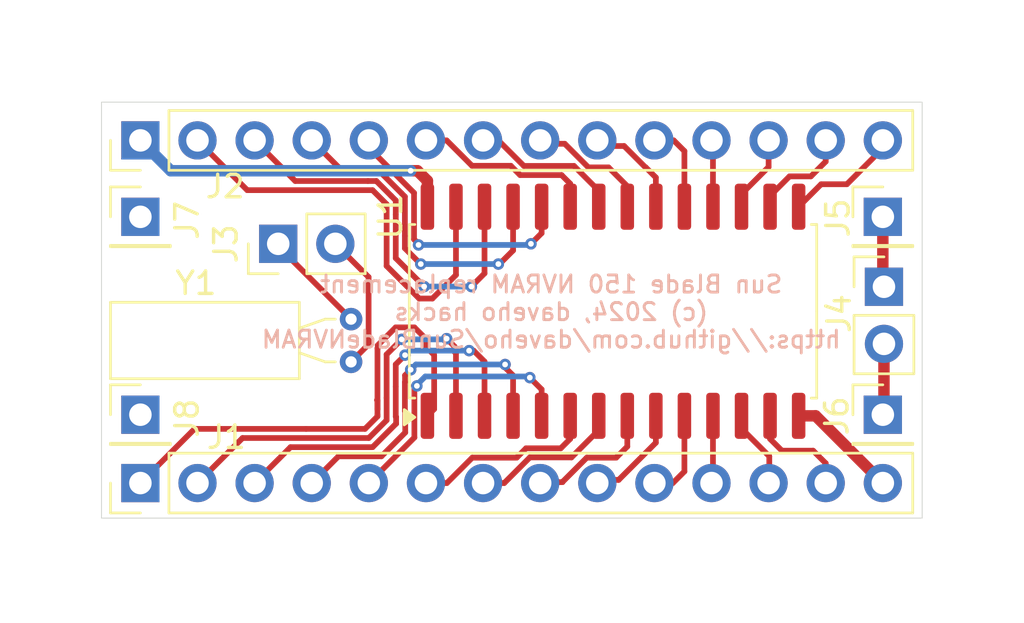
<source format=kicad_pcb>
(kicad_pcb (version 20240108) (generator "pcbnew") (generator_version "8.0")
  (title_block (rev "1"))
  (layers (0 "F.Cu" signal "Front") (31 "B.Cu" signal "Back") (34 "B.Paste" user) (35 "F.Paste" user) (36 "B.SilkS" user "B.Silkscreen") (37 "F.SilkS" user "F.Silkscreen") (38 "B.Mask" user) (39 "F.Mask" user) (44 "Edge.Cuts" user))
  (net 0 "")
  (net 1 "Net-(J1-Pin_1)")
  (net 2 "Net-(J1-Pin_4)")
  (net 3 "Net-(J1-Pin_10)")
  (net 4 "Net-(J1-Pin_9)")
  (net 5 "Net-(J1-Pin_5)")
  (net 6 "Net-(J1-Pin_3)")
  (net 7 "Net-(J1-Pin_11)")
  (net 8 "Net-(J1-Pin_14)")
  (net 9 "Net-(J1-Pin_7)")
  (net 10 "Net-(J1-Pin_13)")
  (net 11 "Net-(J1-Pin_2)")
  (net 12 "Net-(J1-Pin_12)")
  (net 13 "Net-(J1-Pin_8)")
  (net 14 "Net-(J1-Pin_6)")
  (net 15 "Net-(J2-Pin_1)")
  (net 16 "Net-(J2-Pin_4)")
  (net 17 "Net-(J2-Pin_2)")
  (net 18 "Net-(J2-Pin_6)")
  (net 19 "Net-(J2-Pin_3)")
  (net 20 "Net-(J2-Pin_7)")
  (net 21 "Net-(J2-Pin_10)")
  (net 22 "Net-(J2-Pin_11)")
  (net 23 "Net-(J2-Pin_12)")
  (net 24 "Net-(J2-Pin_5)")
  (net 25 "Net-(J2-Pin_9)")
  (net 26 "Net-(J2-Pin_14)")
  (net 27 "Net-(J2-Pin_13)")
  (net 28 "Net-(J2-Pin_8)")
  (net 29 "Net-(J3-Pin_1)")
  (net 30 "Net-(J3-Pin_2)")
  (net 31 "Net-(J4-Pin_2)")
  (net 32 "Net-(J4-Pin_1)")
  (footprint "Crystal:Crystal_C38-LF_D3.0mm_L8.0mm_Horizontal" (layer "F.Cu") (at 94.35 79.45 -90)
    (property "Reference" "Y1" (at -1.6 6.9 0) (layer "F.SilkS"))
    (property "Value" "32.768 kHz")
    (fp_line (start -0.75 10.7) (end 2.65 10.7) (stroke (width 0.12)) (layer "F.SilkS"))
    (fp_line (start 2.65 10.7) (end 2.65 2.3) (stroke (width 0.12)) (layer "F.SilkS"))
    (fp_line (start -0.75 2.3) (end -0.75 10.7) (stroke (width 0.12)) (layer "F.SilkS"))
    (fp_line (start 0.405 2.3) (end 0 1.15) (stroke (width 0.12)) (layer "F.SilkS"))
    (fp_line (start 1.495 2.3) (end 1.9 1.15) (stroke (width 0.12)) (layer "F.SilkS"))
    (fp_line (start 2.65 2.3) (end -0.75 2.3) (stroke (width 0.12)) (layer "F.SilkS"))
    (fp_line (start 0 1.15) (end 0 0.7) (stroke (width 0.12)) (layer "F.SilkS"))
    (fp_line (start 1.9 1.15) (end 1.9 0.7) (stroke (width 0.12)) (layer "F.SilkS"))
    (pad "1" thru_hole circle (at 0 0 270) (size 1 1) (drill 0.5) (layers "*.Cu" "*.Mask") (net 29 "Net-(J3-Pin_1)"))
    (pad "2" thru_hole circle (at 1.9 0 270) (size 1 1) (drill 0.5) (layers "*.Cu" "*.Mask") (net 30 "Net-(J3-Pin_2)"))
  )
  (footprint "Connector_PinHeader_2.54mm:PinHeader_1x14_P2.54mm_Vertical" (layer "F.Cu") (at 84.98 86.74 90)
    (property "Reference" "J1" (at 2.04 3.82 180) (layer "F.SilkS"))
    (property "Value" "Conn_01x14_Pin")
    (fp_line (start -1.33 -1.33) (end 0 -1.33) (stroke (width 0.12)) (layer "F.SilkS"))
    (fp_line (start -1.33 0) (end -1.33 -1.33) (stroke (width 0.12)) (layer "F.SilkS"))
    (fp_line (start 1.33 1.27) (end 1.33 34.35) (stroke (width 0.12)) (layer "F.SilkS"))
    (fp_line (start -1.33 1.27) (end 1.33 1.27) (stroke (width 0.12)) (layer "F.SilkS"))
    (fp_line (start -1.33 1.27) (end -1.33 34.35) (stroke (width 0.12)) (layer "F.SilkS"))
    (fp_line (start -1.33 34.35) (end 1.33 34.35) (stroke (width 0.12)) (layer "F.SilkS"))
    (pad "1" thru_hole rect (at 0 0 90) (size 1.7 1.7) (drill 1) (layers "*.Cu" "*.Mask") (net 1 "Net-(J1-Pin_1)"))
    (pad "2" thru_hole oval (at 0 2.54 90) (size 1.7 1.7) (drill 1) (layers "*.Cu" "*.Mask") (net 11 "Net-(J1-Pin_2)"))
    (pad "3" thru_hole oval (at 0 5.08 90) (size 1.7 1.7) (drill 1) (layers "*.Cu" "*.Mask") (net 6 "Net-(J1-Pin_3)"))
    (pad "4" thru_hole oval (at 0 7.62 90) (size 1.7 1.7) (drill 1) (layers "*.Cu" "*.Mask") (net 2 "Net-(J1-Pin_4)"))
    (pad "5" thru_hole oval (at 0 10.16 90) (size 1.7 1.7) (drill 1) (layers "*.Cu" "*.Mask") (net 5 "Net-(J1-Pin_5)"))
    (pad "6" thru_hole oval (at 0 12.7 90) (size 1.7 1.7) (drill 1) (layers "*.Cu" "*.Mask") (net 14 "Net-(J1-Pin_6)"))
    (pad "7" thru_hole oval (at 0 15.24 90) (size 1.7 1.7) (drill 1) (layers "*.Cu" "*.Mask") (net 9 "Net-(J1-Pin_7)"))
    (pad "8" thru_hole oval (at 0 17.78 90) (size 1.7 1.7) (drill 1) (layers "*.Cu" "*.Mask") (net 13 "Net-(J1-Pin_8)"))
    (pad "9" thru_hole oval (at 0 20.32 90) (size 1.7 1.7) (drill 1) (layers "*.Cu" "*.Mask") (net 4 "Net-(J1-Pin_9)"))
    (pad "10" thru_hole oval (at 0 22.86 90) (size 1.7 1.7) (drill 1) (layers "*.Cu" "*.Mask") (net 3 "Net-(J1-Pin_10)"))
    (pad "11" thru_hole oval (at 0 25.4 90) (size 1.7 1.7) (drill 1) (layers "*.Cu" "*.Mask") (net 7 "Net-(J1-Pin_11)"))
    (pad "12" thru_hole oval (at 0 27.94 90) (size 1.7 1.7) (drill 1) (layers "*.Cu" "*.Mask") (net 12 "Net-(J1-Pin_12)"))
    (pad "13" thru_hole oval (at 0 30.48 90) (size 1.7 1.7) (drill 1) (layers "*.Cu" "*.Mask") (net 10 "Net-(J1-Pin_13)"))
    (pad "14" thru_hole oval (at 0 33.02 90) (size 1.7 1.7) (drill 1) (layers "*.Cu" "*.Mask") (net 8 "Net-(J1-Pin_14)"))
  )
  (footprint "Connector_PinHeader_2.54mm:PinHeader_1x01_P2.54mm_Vertical" (layer "F.Cu") (at 118 74.9)
    (property "Reference" "J5" (at -2 0.05 90) (layer "F.SilkS"))
    (property "Value" "Conn_01x01_Pin")
    (fp_line (start -1.33 -1.33) (end 0 -1.33) (stroke (width 0.12)) (layer "F.SilkS"))
    (fp_line (start -1.33 0) (end -1.33 -1.33) (stroke (width 0.12)) (layer "F.SilkS"))
    (fp_line (start -1.33 1.27) (end -1.33 1.33) (stroke (width 0.12)) (layer "F.SilkS"))
    (fp_line (start -1.33 1.27) (end 1.33 1.27) (stroke (width 0.12)) (layer "F.SilkS"))
    (fp_line (start -1.33 1.33) (end 1.33 1.33) (stroke (width 0.12)) (layer "F.SilkS"))
    (fp_line (start 1.33 1.27) (end 1.33 1.33) (stroke (width 0.12)) (layer "F.SilkS"))
    (pad "1" thru_hole rect (at 0 0) (size 1.7 1.7) (drill 1) (layers "*.Cu" "*.Mask") (net 32 "Net-(J4-Pin_1)"))
  )
  (footprint "Connector_PinHeader_2.54mm:PinHeader_1x01_P2.54mm_Vertical" (layer "F.Cu") (at 84.98 83.7)
    (property "Reference" "J8" (at 2.07 0.15 90) (layer "F.SilkS"))
    (property "Value" "Conn_01x01_Pin")
    (fp_line (start -1.33 -1.33) (end 0 -1.33) (stroke (width 0.12)) (layer "F.SilkS"))
    (fp_line (start -1.33 0) (end -1.33 -1.33) (stroke (width 0.12)) (layer "F.SilkS"))
    (fp_line (start -1.33 1.27) (end -1.33 1.33) (stroke (width 0.12)) (layer "F.SilkS"))
    (fp_line (start -1.33 1.27) (end 1.33 1.27) (stroke (width 0.12)) (layer "F.SilkS"))
    (fp_line (start -1.33 1.33) (end 1.33 1.33) (stroke (width 0.12)) (layer "F.SilkS"))
    (fp_line (start 1.33 1.27) (end 1.33 1.33) (stroke (width 0.12)) (layer "F.SilkS"))
    (pad "1" thru_hole rect (at 0 0) (size 1.7 1.7) (drill 1) (layers "*.Cu" "*.Mask"))
  )
  (footprint "Connector_PinHeader_2.54mm:PinHeader_1x02_P2.54mm_Vertical" (layer "F.Cu") (at 118.05 78.01)
    (property "Reference" "J4" (at -2 1.19 90) (layer "F.SilkS"))
    (property "Value" "Conn_01x02_Pin")
    (fp_line (start -1.33 -1.33) (end 0 -1.33) (stroke (width 0.12)) (layer "F.SilkS"))
    (fp_line (start -1.33 0) (end -1.33 -1.33) (stroke (width 0.12)) (layer "F.SilkS"))
    (fp_line (start -1.33 1.27) (end -1.33 3.87) (stroke (width 0.12)) (layer "F.SilkS"))
    (fp_line (start -1.33 1.27) (end 1.33 1.27) (stroke (width 0.12)) (layer "F.SilkS"))
    (fp_line (start -1.33 3.87) (end 1.33 3.87) (stroke (width 0.12)) (layer "F.SilkS"))
    (fp_line (start 1.33 1.27) (end 1.33 3.87) (stroke (width 0.12)) (layer "F.SilkS"))
    (pad "1" thru_hole rect (at 0 0) (size 1.7 1.7) (drill 1) (layers "*.Cu" "*.Mask") (net 32 "Net-(J4-Pin_1)"))
    (pad "2" thru_hole oval (at 0 2.54) (size 1.7 1.7) (drill 1) (layers "*.Cu" "*.Mask") (net 31 "Net-(J4-Pin_2)"))
  )
  (footprint "Connector_PinHeader_2.54mm:PinHeader_1x01_P2.54mm_Vertical" (layer "F.Cu") (at 84.98 74.9)
    (property "Reference" "J7" (at 2.07 0.15 90) (layer "F.SilkS"))
    (property "Value" "Conn_01x01_Pin")
    (fp_line (start -1.33 -1.33) (end 0 -1.33) (stroke (width 0.12)) (layer "F.SilkS"))
    (fp_line (start -1.33 0) (end -1.33 -1.33) (stroke (width 0.12)) (layer "F.SilkS"))
    (fp_line (start -1.33 1.27) (end -1.33 1.33) (stroke (width 0.12)) (layer "F.SilkS"))
    (fp_line (start -1.33 1.27) (end 1.33 1.27) (stroke (width 0.12)) (layer "F.SilkS"))
    (fp_line (start -1.33 1.33) (end 1.33 1.33) (stroke (width 0.12)) (layer "F.SilkS"))
    (fp_line (start 1.33 1.27) (end 1.33 1.33) (stroke (width 0.12)) (layer "F.SilkS"))
    (pad "1" thru_hole rect (at 0 0) (size 1.7 1.7) (drill 1) (layers "*.Cu" "*.Mask"))
  )
  (footprint "Connector_PinHeader_2.54mm:PinHeader_1x02_P2.54mm_Vertical" (layer "F.Cu") (at 91.11 76.1 90)
    (property "Reference" "J3" (at 0 -2.33 90) (layer "F.SilkS"))
    (property "Value" "Conn_01x02_Pin")
    (fp_line (start -1.33 -1.33) (end 0 -1.33) (stroke (width 0.12)) (layer "F.SilkS"))
    (fp_line (start -1.33 0) (end -1.33 -1.33) (stroke (width 0.12)) (layer "F.SilkS"))
    (fp_line (start 1.33 1.27) (end 1.33 3.87) (stroke (width 0.12)) (layer "F.SilkS"))
    (fp_line (start -1.33 1.27) (end 1.33 1.27) (stroke (width 0.12)) (layer "F.SilkS"))
    (fp_line (start -1.33 1.27) (end -1.33 3.87) (stroke (width 0.12)) (layer "F.SilkS"))
    (fp_line (start -1.33 3.87) (end 1.33 3.87) (stroke (width 0.12)) (layer "F.SilkS"))
    (pad "1" thru_hole rect (at 0 0 90) (size 1.7 1.7) (drill 1) (layers "*.Cu" "*.Mask") (net 29 "Net-(J3-Pin_1)"))
    (pad "2" thru_hole oval (at 0 2.54 90) (size 1.7 1.7) (drill 1) (layers "*.Cu" "*.Mask") (net 30 "Net-(J3-Pin_2)"))
  )
  (footprint "Connector_PinHeader_2.54mm:PinHeader_1x14_P2.54mm_Vertical" (layer "F.Cu") (at 84.98 71.5 90)
    (property "Reference" "J2" (at -2.05 3.77 180) (layer "F.SilkS"))
    (property "Value" "Conn_01x14_Pin")
    (fp_line (start -1.33 -1.33) (end 0 -1.33) (stroke (width 0.12)) (layer "F.SilkS"))
    (fp_line (start -1.33 0) (end -1.33 -1.33) (stroke (width 0.12)) (layer "F.SilkS"))
    (fp_line (start 1.33 1.27) (end 1.33 34.35) (stroke (width 0.12)) (layer "F.SilkS"))
    (fp_line (start -1.33 1.27) (end 1.33 1.27) (stroke (width 0.12)) (layer "F.SilkS"))
    (fp_line (start -1.33 1.27) (end -1.33 34.35) (stroke (width 0.12)) (layer "F.SilkS"))
    (fp_line (start -1.33 34.35) (end 1.33 34.35) (stroke (width 0.12)) (layer "F.SilkS"))
    (pad "1" thru_hole rect (at 0 0 90) (size 1.7 1.7) (drill 1) (layers "*.Cu" "*.Mask") (net 15 "Net-(J2-Pin_1)"))
    (pad "2" thru_hole oval (at 0 2.54 90) (size 1.7 1.7) (drill 1) (layers "*.Cu" "*.Mask") (net 17 "Net-(J2-Pin_2)"))
    (pad "3" thru_hole oval (at 0 5.08 90) (size 1.7 1.7) (drill 1) (layers "*.Cu" "*.Mask") (net 19 "Net-(J2-Pin_3)"))
    (pad "4" thru_hole oval (at 0 7.62 90) (size 1.7 1.7) (drill 1) (layers "*.Cu" "*.Mask") (net 16 "Net-(J2-Pin_4)"))
    (pad "5" thru_hole oval (at 0 10.16 90) (size 1.7 1.7) (drill 1) (layers "*.Cu" "*.Mask") (net 24 "Net-(J2-Pin_5)"))
    (pad "6" thru_hole oval (at 0 12.7 90) (size 1.7 1.7) (drill 1) (layers "*.Cu" "*.Mask") (net 18 "Net-(J2-Pin_6)"))
    (pad "7" thru_hole oval (at 0 15.24 90) (size 1.7 1.7) (drill 1) (layers "*.Cu" "*.Mask") (net 20 "Net-(J2-Pin_7)"))
    (pad "8" thru_hole oval (at 0 17.78 90) (size 1.7 1.7) (drill 1) (layers "*.Cu" "*.Mask") (net 28 "Net-(J2-Pin_8)"))
    (pad "9" thru_hole oval (at 0 20.32 90) (size 1.7 1.7) (drill 1) (layers "*.Cu" "*.Mask") (net 25 "Net-(J2-Pin_9)"))
    (pad "10" thru_hole oval (at 0 22.86 90) (size 1.7 1.7) (drill 1) (layers "*.Cu" "*.Mask") (net 21 "Net-(J2-Pin_10)"))
    (pad "11" thru_hole oval (at 0 25.4 90) (size 1.7 1.7) (drill 1) (layers "*.Cu" "*.Mask") (net 22 "Net-(J2-Pin_11)"))
    (pad "12" thru_hole oval (at 0 27.94 90) (size 1.7 1.7) (drill 1) (layers "*.Cu" "*.Mask") (net 23 "Net-(J2-Pin_12)"))
    (pad "13" thru_hole oval (at 0 30.48 90) (size 1.7 1.7) (drill 1) (layers "*.Cu" "*.Mask") (net 27 "Net-(J2-Pin_13)"))
    (pad "14" thru_hole oval (at 0 33.02 90) (size 1.7 1.7) (drill 1) (layers "*.Cu" "*.Mask") (net 26 "Net-(J2-Pin_14)"))
  )
  (footprint "Package_SO:SOIC-28W_7.5x17.9mm_P1.27mm" (layer "F.Cu") (at 106 79.1 90)
    (property "Reference" "U1" (at 4.2 -9.9 90) (layer "F.SilkS"))
    (property "Value" "M48T59Y-70MH1")
    (fp_line (start 3.86 -9.06) (end 3.86 -8.815) (stroke (width 0.12)) (layer "F.SilkS"))
    (fp_line (start 0 -9.06) (end 3.86 -9.06) (stroke (width 0.12)) (layer "F.SilkS"))
    (fp_line (start 0 -9.06) (end -3.86 -9.06) (stroke (width 0.12)) (layer "F.SilkS"))
    (fp_line (start -3.86 -9.06) (end -3.86 -8.815) (stroke (width 0.12)) (layer "F.SilkS"))
    (fp_line (start 3.86 9.06) (end 3.86 8.815) (stroke (width 0.12)) (layer "F.SilkS"))
    (fp_line (start 0 9.06) (end 3.86 9.06) (stroke (width 0.12)) (layer "F.SilkS"))
    (fp_line (start 0 9.06) (end -3.86 9.06) (stroke (width 0.12)) (layer "F.SilkS"))
    (fp_line (start -3.86 9.06) (end -3.86 8.815) (stroke (width 0.12)) (layer "F.SilkS"))
    (fp_poly (pts (xy -4.7125 -8.815) (xy -5.0525 -9.285) (xy -4.3725 -9.285) (xy -4.7125 -8.815)) (stroke (width 0.12)) (fill solid) (layer "F.SilkS"))
    (pad "1" smd roundrect (at -4.65 -8.255 90) (size 2.05 0.6) (layers "F.Cu" "F.Paste" "F.Mask") (net 1 "Net-(J1-Pin_1)"))
    (pad "2" smd roundrect (at -4.65 -6.985 90) (size 2.05 0.6) (layers "F.Cu" "F.Paste" "F.Mask") (net 11 "Net-(J1-Pin_2)"))
    (pad "3" smd roundrect (at -4.65 -5.715 90) (size 2.05 0.6) (layers "F.Cu" "F.Paste" "F.Mask") (net 6 "Net-(J1-Pin_3)"))
    (pad "4" smd roundrect (at -4.65 -4.445 90) (size 2.05 0.6) (layers "F.Cu" "F.Paste" "F.Mask") (net 2 "Net-(J1-Pin_4)"))
    (pad "5" smd roundrect (at -4.65 -3.175 90) (size 2.05 0.6) (layers "F.Cu" "F.Paste" "F.Mask") (net 5 "Net-(J1-Pin_5)"))
    (pad "6" smd roundrect (at -4.65 -1.905 90) (size 2.05 0.6) (layers "F.Cu" "F.Paste" "F.Mask") (net 14 "Net-(J1-Pin_6)"))
    (pad "7" smd roundrect (at -4.65 -0.635 90) (size 2.05 0.6) (layers "F.Cu" "F.Paste" "F.Mask") (net 9 "Net-(J1-Pin_7)"))
    (pad "8" smd roundrect (at -4.65 0.635 90) (size 2.05 0.6) (layers "F.Cu" "F.Paste" "F.Mask") (net 13 "Net-(J1-Pin_8)"))
    (pad "9" smd roundrect (at -4.65 1.905 90) (size 2.05 0.6) (layers "F.Cu" "F.Paste" "F.Mask") (net 4 "Net-(J1-Pin_9)"))
    (pad "10" smd roundrect (at -4.65 3.175 90) (size 2.05 0.6) (layers "F.Cu" "F.Paste" "F.Mask") (net 3 "Net-(J1-Pin_10)"))
    (pad "11" smd roundrect (at -4.65 4.445 90) (size 2.05 0.6) (layers "F.Cu" "F.Paste" "F.Mask") (net 7 "Net-(J1-Pin_11)"))
    (pad "12" smd roundrect (at -4.65 5.715 90) (size 2.05 0.6) (layers "F.Cu" "F.Paste" "F.Mask") (net 12 "Net-(J1-Pin_12)"))
    (pad "13" smd roundrect (at -4.65 6.985 90) (size 2.05 0.6) (layers "F.Cu" "F.Paste" "F.Mask") (net 10 "Net-(J1-Pin_13)"))
    (pad "14" smd roundrect (at -4.65 8.255 90) (size 2.05 0.6) (layers "F.Cu" "F.Paste" "F.Mask") (net 8 "Net-(J1-Pin_14)"))
    (pad "15" smd roundrect (at 4.65 8.255 90) (size 2.05 0.6) (layers "F.Cu" "F.Paste" "F.Mask") (net 26 "Net-(J2-Pin_14)"))
    (pad "16" smd roundrect (at 4.65 6.985 90) (size 2.05 0.6) (layers "F.Cu" "F.Paste" "F.Mask") (net 27 "Net-(J2-Pin_13)"))
    (pad "17" smd roundrect (at 4.65 5.715 90) (size 2.05 0.6) (layers "F.Cu" "F.Paste" "F.Mask") (net 23 "Net-(J2-Pin_12)"))
    (pad "18" smd roundrect (at 4.65 4.445 90) (size 2.05 0.6) (layers "F.Cu" "F.Paste" "F.Mask") (net 22 "Net-(J2-Pin_11)"))
    (pad "19" smd roundrect (at 4.65 3.175 90) (size 2.05 0.6) (layers "F.Cu" "F.Paste" "F.Mask") (net 21 "Net-(J2-Pin_10)"))
    (pad "20" smd roundrect (at 4.65 1.905 90) (size 2.05 0.6) (layers "F.Cu" "F.Paste" "F.Mask") (net 25 "Net-(J2-Pin_9)"))
    (pad "21" smd roundrect (at 4.65 0.635 90) (size 2.05 0.6) (layers "F.Cu" "F.Paste" "F.Mask") (net 28 "Net-(J2-Pin_8)"))
    (pad "22" smd roundrect (at 4.65 -0.635 90) (size 2.05 0.6) (layers "F.Cu" "F.Paste" "F.Mask") (net 20 "Net-(J2-Pin_7)"))
    (pad "23" smd roundrect (at 4.65 -1.905 90) (size 2.05 0.6) (layers "F.Cu" "F.Paste" "F.Mask") (net 18 "Net-(J2-Pin_6)"))
    (pad "24" smd roundrect (at 4.65 -3.175 90) (size 2.05 0.6) (layers "F.Cu" "F.Paste" "F.Mask") (net 24 "Net-(J2-Pin_5)"))
    (pad "25" smd roundrect (at 4.65 -4.445 90) (size 2.05 0.6) (layers "F.Cu" "F.Paste" "F.Mask") (net 16 "Net-(J2-Pin_4)"))
    (pad "26" smd roundrect (at 4.65 -5.715 90) (size 2.05 0.6) (layers "F.Cu" "F.Paste" "F.Mask") (net 19 "Net-(J2-Pin_3)"))
    (pad "27" smd roundrect (at 4.65 -6.985 90) (size 2.05 0.6) (layers "F.Cu" "F.Paste" "F.Mask") (net 17 "Net-(J2-Pin_2)"))
    (pad "28" smd roundrect (at 4.65 -8.255 90) (size 2.05 0.6) (layers "F.Cu" "F.Paste" "F.Mask") (net 15 "Net-(J2-Pin_1)"))
  )
  (footprint "Connector_PinHeader_2.54mm:PinHeader_1x01_P2.54mm_Vertical" (layer "F.Cu") (at 118 83.7)
    (property "Reference" "J6" (at -2.05 0.05 90) (layer "F.SilkS"))
    (property "Value" "Conn_01x01_Pin")
    (fp_line (start -1.33 -1.33) (end 0 -1.33) (stroke (width 0.12)) (layer "F.SilkS"))
    (fp_line (start -1.33 0) (end -1.33 -1.33) (stroke (width 0.12)) (layer "F.SilkS"))
    (fp_line (start -1.33 1.27) (end -1.33 1.33) (stroke (width 0.12)) (layer "F.SilkS"))
    (fp_line (start -1.33 1.27) (end 1.33 1.27) (stroke (width 0.12)) (layer "F.SilkS"))
    (fp_line (start -1.33 1.33) (end 1.33 1.33) (stroke (width 0.12)) (layer "F.SilkS"))
    (fp_line (start 1.33 1.27) (end 1.33 1.33) (stroke (width 0.12)) (layer "F.SilkS"))
    (pad "1" thru_hole rect (at 0 0) (size 1.7 1.7) (drill 1) (layers "*.Cu" "*.Mask") (net 31 "Net-(J4-Pin_2)"))
  )
  (gr_rect (start 83.25 69.8) (end 119.75 88.3) (stroke (width 0.0381)) (fill none) (layer "Edge.Cuts"))
  (gr_text "Sun Blade 150 NVRAM replacement\n(c) 2024, daveho hacks\nhttps://github.com/daveho/SunBladeNVRAM" (at 103.25 80.8 0) (layer "B.SilkS") (effects (font (size 0.762 0.762) (thickness 0.127) (bold yes)) (justify bottom mirror)))
  (segment (start 95.5358 80.738936) (end 95.5358 80.6142) (width 0.254) (layer "F.Cu") (net 1))
  (segment (start 95.5244 80.750336) (end 95.5358 80.738936) (width 0.254) (layer "F.Cu") (net 1))
  (segment (start 98.044999 81.044999) (end 98.044999 83.450001) (width 0.254) (layer "F.Cu") (net 1))
  (segment (start 95.5244 83.45) (end 95.5244 80.750336) (width 0.254) (layer "F.Cu") (net 1))
  (segment (start 95.5244 83.0744) (end 95.5 83.05) (width 0.254) (layer "F.Cu") (net 1))
  (segment (start 95.5244 83.7756) (end 95.5244 83.7) (width 0.254) (layer "F.Cu") (net 1))
  (segment (start 95.5244 83.45) (end 95.5244 83.0744) (width 0.254) (layer "F.Cu") (net 1))
  (segment (start 97.1666 79.8166) (end 97.7 80.35) (width 0.254) (layer "F.Cu") (net 1))
  (segment (start 97.7 80.35) (end 97.7 80.7) (width 0.254) (layer "F.Cu") (net 1))
  (segment (start 95.5358 80.6142) (end 96.3334 79.8166) (width 0.254) (layer "F.Cu") (net 1))
  (segment (start 92.35 84.3308) (end 94.9692 84.3308) (width 0.254) (layer "F.Cu") (net 1))
  (segment (start 97.7 80.7) (end 98.044999 81.044999) (width 0.254) (layer "F.Cu") (net 1))
  (segment (start 96.3334 79.8166) (end 97.1666 79.8166) (width 0.254) (layer "F.Cu") (net 1))
  (segment (start 98.044999 83.450001) (end 97.745 83.75) (width 0.254) (layer "F.Cu") (net 1))
  (segment (start 94.9692 84.3308) (end 95.5244 83.7756) (width 0.254) (layer "F.Cu") (net 1))
  (segment (start 87.3892 84.3308) (end 92.35 84.3308) (width 0.254) (layer "F.Cu") (net 1))
  (segment (start 95.5244 83.7) (end 95.5244 83.45) (width 0.254) (layer "F.Cu") (net 1))
  (segment (start 84.98 86.74) (end 87.3892 84.3308) (width 0.254) (layer "F.Cu") (net 1))
  (segment (start 95.7 85.55) (end 96.7592 84.4908) (width 0.254) (layer "F.Cu") (net 2))
  (segment (start 96.75 81.95) (end 97 81.7) (width 0.254) (layer "F.Cu") (net 2))
  (segment (start 96.75 82.25) (end 96.75 81.95) (width 0.254) (layer "F.Cu") (net 2))
  (segment (start 101.555 81.955) (end 101.555 83.75) (width 0.254) (layer "F.Cu") (net 2))
  (segment (start 96.7436 83.5344) (end 96.7436 82.2564) (width 0.254) (layer "F.Cu") (net 2))
  (segment (start 92.6 86.74) (end 93.79 85.55) (width 0.254) (layer "F.Cu") (net 2))
  (segment (start 93.79 85.55) (end 95.7 85.55) (width 0.254) (layer "F.Cu") (net 2))
  (segment (start 101.2 81.4666) (end 101.2 81.6) (width 0.254) (layer "F.Cu") (net 2))
  (segment (start 96.7592 83.55) (end 96.7436 83.5344) (width 0.254) (layer "F.Cu") (net 2))
  (segment (start 96.7592 84.4908) (end 96.7592 83.55) (width 0.254) (layer "F.Cu") (net 2))
  (segment (start 96.7436 82.2564) (end 96.75 82.25) (width 0.254) (layer "F.Cu") (net 2))
  (segment (start 101.2 81.6) (end 101.555 81.955) (width 0.254) (layer "F.Cu") (net 2))
  (via (at 101.2 81.4666) (size 0.508) (drill 0.254) (layers "F.Cu" "B.Cu") (net 2))
  (via (at 97 81.7) (size 0.508) (drill 0.254) (layers "F.Cu" "B.Cu") (net 2))
  (segment (start 101.2 81.4666) (end 97.2334 81.4666) (width 0.254) (layer "B.Cu") (net 2))
  (segment (start 97.2334 81.4666) (end 97 81.7) (width 0.254) (layer "B.Cu") (net 2))
  (segment (start 108.66 86.74) (end 107.84 86.74) (width 0.254) (layer "F.Cu") (net 3))
  (segment (start 109.175 83.75) (end 109.175 86.225) (width 0.254) (layer "F.Cu") (net 3))
  (segment (start 109.175 86.225) (end 108.66 86.74) (width 0.254) (layer "F.Cu") (net 3))
  (segment (start 107.905 83.75) (end 107.905 84.945) (width 0.254) (layer "F.Cu") (net 4))
  (segment (start 107.905 84.945) (end 106.25 86.6) (width 0.254) (layer "F.Cu") (net 4))
  (segment (start 105.44 86.6) (end 105.3 86.74) (width 0.254) (layer "F.Cu") (net 4))
  (segment (start 106.25 86.6) (end 105.44 86.6) (width 0.254) (layer "F.Cu") (net 4))
  (segment (start 97.1656 84.7144) (end 97.1656 82.4156) (width 0.254) (layer "F.Cu") (net 5))
  (segment (start 97.1656 82.4156) (end 97.15 82.4) (width 0.254) (layer "F.Cu") (net 5))
  (segment (start 97.258695 82.4) (end 97.277 82.418305) (width 0.254) (layer "F.Cu") (net 5))
  (segment (start 97.15 82.4) (end 97.258695 82.4) (width 0.254) (layer "F.Cu") (net 5))
  (segment (start 102.825 82.575) (end 102.825 83.75) (width 0.254) (layer "F.Cu") (net 5))
  (segment (start 95.14 86.74) (end 97.1656 84.7144) (width 0.254) (layer "F.Cu") (net 5))
  (segment (start 102.3 82.05) (end 102.825 82.575) (width 0.254) (layer "F.Cu") (net 5))
  (via (at 97.277 82.418305) (size 0.508) (drill 0.254) (layers "F.Cu" "B.Cu") (net 5))
  (via (at 102.3 82.05) (size 0.508) (drill 0.254) (layers "F.Cu" "B.Cu") (net 5))
  (segment (start 97.277 82.418305) (end 97.277 82.373) (width 0.254) (layer "B.Cu") (net 5))
  (segment (start 102.25 82) (end 102.3 82.05) (width 0.254) (layer "B.Cu") (net 5))
  (segment (start 97.277 82.373) (end 97.65 82) (width 0.254) (layer "B.Cu") (net 5))
  (segment (start 97.65 82) (end 102.25 82) (width 0.254) (layer "B.Cu") (net 5))
  (segment (start 91.6564 85.1436) (end 95.3064 85.1436) (width 0.254) (layer "F.Cu") (net 6))
  (segment (start 90.06 86.74) (end 91.6564 85.1436) (width 0.254) (layer "F.Cu") (net 6))
  (segment (start 96.3528 84.0972) (end 96.3528 84.1) (width 0.254) (layer "F.Cu") (net 6))
  (segment (start 100.285 81.335) (end 100.285 83.75) (width 0.254) (layer "F.Cu") (net 6))
  (segment (start 96.3372 82.45) (end 96.3372 81.4628) (width 0.254) (layer "F.Cu") (net 6))
  (segment (start 96.3528 83.8) (end 96.3372 83.7844) (width 0.254) (layer "F.Cu") (net 6))
  (segment (start 99.8 80.85) (end 100.285 81.335) (width 0.254) (layer "F.Cu") (net 6))
  (segment (start 96.3372 83.7844) (end 96.3372 82.45) (width 0.254) (layer "F.Cu") (net 6))
  (segment (start 95.3064 85.1436) (end 96.3528 84.0972) (width 0.254) (layer "F.Cu") (net 6))
  (segment (start 96.3528 84.0972) (end 96.3528 83.8) (width 0.254) (layer "F.Cu") (net 6))
  (segment (start 96.3372 81.4628) (end 96.75 81.05) (width 0.254) (layer "F.Cu") (net 6))
  (segment (start 99.6 80.85) (end 99.8 80.85) (width 0.254) (layer "F.Cu") (net 6))
  (via (at 99.6 80.85) (size 0.508) (drill 0.254) (layers "F.Cu" "B.Cu") (net 6))
  (via (at 96.75 81.05) (size 0.508) (drill 0.254) (layers "F.Cu" "B.Cu") (net 6))
  (segment (start 96.95 80.85) (end 96.75 81.05) (width 0.254) (layer "B.Cu") (net 6))
  (segment (start 99.6 80.85) (end 96.95 80.85) (width 0.254) (layer "B.Cu") (net 6))
  (segment (start 110.445 86.675) (end 110.38 86.74) (width 0.254) (layer "F.Cu") (net 7))
  (segment (start 110.445 83.75) (end 110.445 86.675) (width 0.254) (layer "F.Cu") (net 7))
  (segment (start 114.255 83.75) (end 115.01 83.75) (width 0.508) (layer "F.Cu") (net 8))
  (segment (start 115.01 83.75) (end 118 86.74) (width 0.508) (layer "F.Cu") (net 8))
  (segment (start 101.16 86.74) (end 100.22 86.74) (width 0.254) (layer "F.Cu") (net 9))
  (segment (start 105.365 83.75) (end 105.365 84.385) (width 0.254) (layer "F.Cu") (net 9))
  (segment (start 102.3 85.6) (end 101.16 86.74) (width 0.254) (layer "F.Cu") (net 9))
  (segment (start 104.15 85.6) (end 102.3 85.6) (width 0.254) (layer "F.Cu") (net 9))
  (segment (start 105.365 84.385) (end 104.15 85.6) (width 0.254) (layer "F.Cu") (net 9))
  (segment (start 113.510001 85.3) (end 114.9 85.3) (width 0.254) (layer "F.Cu") (net 10))
  (segment (start 112.985 84.774999) (end 113.510001 85.3) (width 0.254) (layer "F.Cu") (net 10))
  (segment (start 112.985 83.75) (end 112.985 84.774999) (width 0.254) (layer "F.Cu") (net 10))
  (segment (start 114.9 85.3) (end 115.46 85.86) (width 0.254) (layer "F.Cu") (net 10))
  (segment (start 115.46 85.86) (end 115.46 86.74) (width 0.254) (layer "F.Cu") (net 10))
  (segment (start 95.9308 83.944464) (end 95.9308 82.95) (width 0.254) (layer "F.Cu") (net 11))
  (segment (start 98.95 80.6666) (end 98.95 80.9) (width 0.254) (layer "F.Cu") (net 11))
  (segment (start 87.52 86.74) (end 89.5228 84.7372) (width 0.254) (layer "F.Cu") (net 11))
  (segment (start 95.138064 84.7372) (end 95.9308 83.944464) (width 0.254) (layer "F.Cu") (net 11))
  (segment (start 99.015 80.965) (end 99.015 83.75) (width 0.254) (layer "F.Cu") (net 11))
  (segment (start 89.5228 84.7372) (end 95.138064 84.7372) (width 0.254) (layer "F.Cu") (net 11))
  (segment (start 98.95 80.9) (end 99.015 80.965) (width 0.254) (layer "F.Cu") (net 11))
  (segment (start 95.9308 81.0192) (end 96.6 80.35) (width 0.254) (layer "F.Cu") (net 11))
  (segment (start 98.6 80.3166) (end 98.95 80.6666) (width 0.254) (layer "F.Cu") (net 11))
  (segment (start 95.9308 82.95) (end 95.9308 81.0192) (width 0.254) (layer "F.Cu") (net 11))
  (via (at 98.6 80.3166) (size 0.508) (drill 0.254) (layers "F.Cu" "B.Cu") (net 11))
  (via (at 96.6 80.35) (size 0.508) (drill 0.254) (layers "F.Cu" "B.Cu") (net 11))
  (segment (start 96.6 80.35) (end 98.5666 80.35) (width 0.254) (layer "B.Cu") (net 11))
  (segment (start 98.5666 80.35) (end 98.6 80.3166) (width 0.254) (layer "B.Cu") (net 11))
  (segment (start 111.715 84.315) (end 112.95 85.55) (width 0.254) (layer "F.Cu") (net 12))
  (segment (start 112.95 85.55) (end 112.95 86.71) (width 0.254) (layer "F.Cu") (net 12))
  (segment (start 112.95 86.71) (end 112.92 86.74) (width 0.254) (layer "F.Cu") (net 12))
  (segment (start 111.715 83.75) (end 111.715 84.315) (width 0.254) (layer "F.Cu") (net 12))
  (segment (start 103.75 86.7) (end 103.75 86.692787) (width 0.254) (layer "F.Cu") (net 13))
  (segment (start 104.832187 85.6106) (end 106.1394 85.6106) (width 0.254) (layer "F.Cu") (net 13))
  (segment (start 106.635 85.115) (end 106.635 83.75) (width 0.254) (layer "F.Cu") (net 13))
  (segment (start 106.1394 85.6106) (end 106.635 85.115) (width 0.254) (layer "F.Cu") (net 13))
  (segment (start 102.8 86.7) (end 103.75 86.7) (width 0.254) (layer "F.Cu") (net 13))
  (segment (start 103.75 86.692787) (end 104.832187 85.6106) (width 0.254) (layer "F.Cu") (net 13))
  (segment (start 102.76 86.74) (end 102.8 86.7) (width 0.254) (layer "F.Cu") (net 13))
  (segment (start 97.68 86.74) (end 98.61 86.74) (width 0.254) (layer "F.Cu") (net 14))
  (segment (start 104.095 84.774999) (end 104.095 83.75) (width 0.254) (layer "F.Cu") (net 14))
  (segment (start 99.7394 85.6106) (end 101.714664 85.6106) (width 0.254) (layer "F.Cu") (net 14))
  (segment (start 102.131664 85.1936) (end 103.676399 85.1936) (width 0.254) (layer "F.Cu") (net 14))
  (segment (start 103.676399 85.1936) (end 104.095 84.774999) (width 0.254) (layer "F.Cu") (net 14))
  (segment (start 98.61 86.74) (end 99.7394 85.6106) (width 0.254) (layer "F.Cu") (net 14))
  (segment (start 101.714664 85.6106) (end 102.131664 85.1936) (width 0.254) (layer "F.Cu") (net 14))
  (segment (start 97.745 73.295) (end 97.745 74.45) (width 0.508) (layer "F.Cu") (net 15))
  (segment (start 97 72.85) (end 97.3 72.85) (width 0.508) (layer "F.Cu") (net 15))
  (segment (start 97.3 72.85) (end 97.745 73.295) (width 0.508) (layer "F.Cu") (net 15))
  (via (at 97 72.85) (size 0.508) (drill 0.254) (layers "F.Cu" "B.Cu") (net 15))
  (segment (start 84.98 71.5) (end 86.33 72.85) (width 0.508) (layer "B.Cu") (net 15))
  (segment (start 86.33 72.85) (end 97 72.85) (width 0.508) (layer "B.Cu") (net 15))
  (segment (start 95.640864 72.9) (end 96.595432 73.854568) (width 0.254) (layer "F.Cu") (net 16))
  (segment (start 96.595432 73.854568) (end 96.7436 74.002736) (width 0.254) (layer "F.Cu") (net 16))
  (segment (start 95.5 72.9) (end 95.640864 72.9) (width 0.254) (layer "F.Cu") (net 16))
  (segment (start 96.7436 74.002736) (end 96.7436 75.75) (width 0.254) (layer "F.Cu") (net 16))
  (segment (start 100.95 77) (end 100.9 77) (width 0.254) (layer "F.Cu") (net 16))
  (segment (start 101.555 76.395) (end 100.95 77) (width 0.254) (layer "F.Cu") (net 16))
  (segment (start 101.555 74.45) (end 101.555 76.395) (width 0.254) (layer "F.Cu") (net 16))
  (segment (start 92.6 71.5) (end 94 72.9) (width 0.254) (layer "F.Cu") (net 16))
  (segment (start 92.7 71.6) (end 92.6 71.5) (width 0.254) (layer "F.Cu") (net 16))
  (segment (start 94 72.9) (end 95.5 72.9) (width 0.254) (layer "F.Cu") (net 16))
  (segment (start 96.7436 76.297942) (end 97.445658 77) (width 0.254) (layer "F.Cu") (net 16))
  (segment (start 96.7436 75.75) (end 96.7436 76.297942) (width 0.254) (layer "F.Cu") (net 16))
  (segment (start 97.445658 77) (end 97.45 77) (width 0.254) (layer "F.Cu") (net 16))
  (via (at 97.45 77) (size 0.508) (drill 0.254) (layers "F.Cu" "B.Cu") (net 16))
  (via (at 100.9 77) (size 0.508) (drill 0.254) (layers "F.Cu" "B.Cu") (net 16))
  (segment (start 97.45 77) (end 100.9 77) (width 0.254) (layer "B.Cu") (net 16))
  (segment (start 89.7328 73.7128) (end 95.304192 73.7128) (width 0.254) (layer "F.Cu") (net 17))
  (segment (start 97.9666 78.5334) (end 99.015 77.485) (width 0.254) (layer "F.Cu") (net 17))
  (segment (start 97.379058 78.5334) (end 97.9666 78.5334) (width 0.254) (layer "F.Cu") (net 17))
  (segment (start 87.52 71.5) (end 89.7328 73.7128) (width 0.254) (layer "F.Cu") (net 17))
  (segment (start 95.9308 77.085142) (end 97.379058 78.5334) (width 0.254) (layer "F.Cu") (net 17))
  (segment (start 99.015 77.485) (end 99.015 74.45) (width 0.254) (layer "F.Cu") (net 17))
  (segment (start 95.304192 73.7128) (end 95.9308 74.339408) (width 0.254) (layer "F.Cu") (net 17))
  (segment (start 95.9308 74.339408) (end 95.9308 77.085142) (width 0.254) (layer "F.Cu") (net 17))
  (segment (start 104.095 73.425001) (end 104.095 74.45) (width 0.254) (layer "F.Cu") (net 18))
  (segment (start 99.7294 72.6294) (end 101.454664 72.6294) (width 0.254) (layer "F.Cu") (net 18))
  (segment (start 101.454664 72.6294) (end 101.867638 73.042374) (width 0.254) (layer "F.Cu") (net 18))
  (segment (start 103.712373 73.042374) (end 104.095 73.425001) (width 0.254) (layer "F.Cu") (net 18))
  (segment (start 97.68 71.5) (end 98.6 71.5) (width 0.254) (layer "F.Cu") (net 18))
  (segment (start 101.867638 73.042374) (end 103.712373 73.042374) (width 0.254) (layer "F.Cu") (net 18))
  (segment (start 98.6 71.5) (end 99.7294 72.6294) (width 0.254) (layer "F.Cu") (net 18))
  (segment (start 100.285 77.415) (end 99.7 78) (width 0.254) (layer "F.Cu") (net 19))
  (segment (start 95.472528 73.3064) (end 96.133064 73.966936) (width 0.254) (layer "F.Cu") (net 19))
  (segment (start 90.06 71.5) (end 91.8664 73.3064) (width 0.254) (layer "F.Cu") (net 19))
  (segment (start 95.1 73.3064) (end 95.472528 73.3064) (width 0.254) (layer "F.Cu") (net 19))
  (segment (start 96.3372 75.65) (end 96.3372 76.7372) (width 0.254) (layer "F.Cu") (net 19))
  (segment (start 96.133064 73.966936) (end 96.3372 74.171072) (width 0.254) (layer "F.Cu") (net 19))
  (segment (start 96.3372 76.7372) (end 97.6 78) (width 0.254) (layer "F.Cu") (net 19))
  (segment (start 96.3372 74.8) (end 96.3372 75.65) (width 0.254) (layer "F.Cu") (net 19))
  (segment (start 91.8664 73.3064) (end 95.1 73.3064) (width 0.254) (layer "F.Cu") (net 19))
  (segment (start 100.285 74.45) (end 100.285 77.415) (width 0.254) (layer "F.Cu") (net 19))
  (segment (start 96.3372 74.171072) (end 96.3372 74.8) (width 0.254) (layer "F.Cu") (net 19))
  (via (at 99.7 78) (size 0.508) (drill 0.254) (layers "F.Cu" "B.Cu") (net 19))
  (via (at 97.6 78) (size 0.508) (drill 0.254) (layers "F.Cu" "B.Cu") (net 19))
  (segment (start 97.6 78) (end 99.7 78) (width 0.254) (layer "B.Cu") (net 19))
  (segment (start 105.365 74.45) (end 105.365 73.736949) (width 0.254) (layer "F.Cu") (net 20))
  (segment (start 104.264025 72.635974) (end 102.035974 72.635974) (width 0.254) (layer "F.Cu") (net 20))
  (segment (start 100.9 71.5) (end 100.22 71.5) (width 0.254) (layer "F.Cu") (net 20))
  (segment (start 100.665 71.945) (end 100.22 71.5) (width 0.254) (layer "F.Cu") (net 20))
  (segment (start 102.035974 72.635974) (end 100.9 71.5) (width 0.254) (layer "F.Cu") (net 20))
  (segment (start 105.365 73.736949) (end 104.264025 72.635974) (width 0.254) (layer "F.Cu") (net 20))
  (segment (start 109.175 71.975) (end 108.7 71.5) (width 0.254) (layer "F.Cu") (net 21))
  (segment (start 109.175 74.45) (end 109.175 71.975) (width 0.254) (layer "F.Cu") (net 21))
  (segment (start 108.7 71.5) (end 107.84 71.5) (width 0.254) (layer "F.Cu") (net 21))
  (segment (start 110.445 74.45) (end 110.445 71.565) (width 0.254) (layer "F.Cu") (net 22))
  (segment (start 110.445 71.565) (end 110.38 71.5) (width 0.254) (layer "F.Cu") (net 22))
  (segment (start 111.715 74.45) (end 111.715 73.885) (width 0.254) (layer "F.Cu") (net 23))
  (segment (start 111.715 73.885) (end 112.92 72.68) (width 0.254) (layer "F.Cu") (net 23))
  (segment (start 112.92 72.68) (end 112.92 71.5) (width 0.254) (layer "F.Cu") (net 23))
  (segment (start 97.15 73.8344) (end 95.14 71.8244) (width 0.254) (layer "F.Cu") (net 24))
  (segment (start 102.35 76.1) (end 102.825 75.625) (width 0.254) (layer "F.Cu") (net 24))
  (segment (start 97.15 75.9) (end 97.35 76.1) (width 0.254) (layer "F.Cu") (net 24))
  (segment (start 97.15 75.9) (end 97.15 73.8344) (width 0.254) (layer "F.Cu") (net 24))
  (segment (start 95.14 71.8244) (end 95.14 71.5) (width 0.254) (layer "F.Cu") (net 24))
  (segment (start 97.35 76.1) (end 97.35 76.15) (width 0.254) (layer "F.Cu") (net 24))
  (segment (start 102.825 75.625) (end 102.825 74.45) (width 0.254) (layer "F.Cu") (net 24))
  (via (at 97.35 76.15) (size 0.508) (drill 0.254) (layers "F.Cu" "B.Cu") (net 24))
  (via (at 102.35 76.1) (size 0.508) (drill 0.254) (layers "F.Cu" "B.Cu") (net 24))
  (segment (start 102.3 76.15) (end 102.35 76.1) (width 0.254) (layer "B.Cu") (net 24))
  (segment (start 97.35 76.15) (end 102.3 76.15) (width 0.254) (layer "B.Cu") (net 24))
  (segment (start 107.905 74.45) (end 107.905 73.15) (width 0.254) (layer "F.Cu") (net 25))
  (segment (start 107.442787 72.7) (end 107.455 72.7) (width 0.254) (layer "F.Cu") (net 25))
  (segment (start 107.442787 72.7) (end 106.492787 71.75) (width 0.254) (layer "F.Cu") (net 25))
  (segment (start 105.55 71.75) (end 105.3 71.5) (width 0.254) (layer "F.Cu") (net 25))
  (segment (start 106.492787 71.75) (end 105.55 71.75) (width 0.254) (layer "F.Cu") (net 25))
  (segment (start 107.455 72.7) (end 107.905 73.15) (width 0.254) (layer "F.Cu") (net 25))
  (segment (start 115.255 73.45) (end 116.4 73.45) (width 0.254) (layer "F.Cu") (net 26))
  (segment (start 114.255 74.45) (end 115.255 73.45) (width 0.254) (layer "F.Cu") (net 26))
  (segment (start 116.4 73.45) (end 118 71.85) (width 0.254) (layer "F.Cu") (net 26))
  (segment (start 118 71.85) (end 118 71.5) (width 0.254) (layer "F.Cu") (net 26))
  (segment (start 115.46 72.44) (end 115.46 71.5) (width 0.254) (layer "F.Cu") (net 27))
  (segment (start 114.8 73.1) (end 115.46 72.44) (width 0.254) (layer "F.Cu") (net 27))
  (segment (start 113.85 73.1) (end 114.8 73.1) (width 0.254) (layer "F.Cu") (net 27))
  (segment (start 112.985 73.965) (end 113.85 73.1) (width 0.254) (layer "F.Cu") (net 27))
  (segment (start 112.985 74.45) (end 112.985 73.965) (width 0.254) (layer "F.Cu") (net 27))
  (segment (start 105.8 72.7) (end 104.902787 72.7) (width 0.254) (layer "F.Cu") (net 28))
  (segment (start 103.852787 71.65) (end 102.91 71.65) (width 0.254) (layer "F.Cu") (net 28))
  (segment (start 102.91 71.65) (end 102.76 71.5) (width 0.254) (layer "F.Cu") (net 28))
  (segment (start 106.635 74.45) (end 106.635 73.535) (width 0.254) (layer "F.Cu") (net 28))
  (segment (start 106.635 73.535) (end 105.8 72.7) (width 0.254) (layer "F.Cu") (net 28))
  (segment (start 104.902787 72.7) (end 103.852787 71.65) (width 0.254) (layer "F.Cu") (net 28))
  (segment (start 91.11 76.21) (end 91.11 76.1) (width 0.254) (layer "F.Cu") (net 29))
  (segment (start 94.35 79.45) (end 91.11 76.21) (width 0.254) (layer "F.Cu") (net 29))
  (segment (start 94.35 81.35) (end 95.1294 80.5706) (width 0.254) (layer "F.Cu") (net 30))
  (segment (start 95.1294 77.5794) (end 93.65 76.1) (width 0.254) (layer "F.Cu") (net 30))
  (segment (start 95.1294 80.5706) (end 95.1294 77.5794) (width 0.254) (layer "F.Cu") (net 30))
  (segment (start 118.05 83.7) (end 118.05 80.55) (width 0.508) (layer "F.Cu") (net 31))
  (segment (start 118 77.96) (end 118.05 78.01) (width 0.508) (layer "F.Cu") (net 32))
  (segment (start 118 74.9) (end 118 77.96) (width 0.508) (layer "F.Cu") (net 32))
)
</source>
